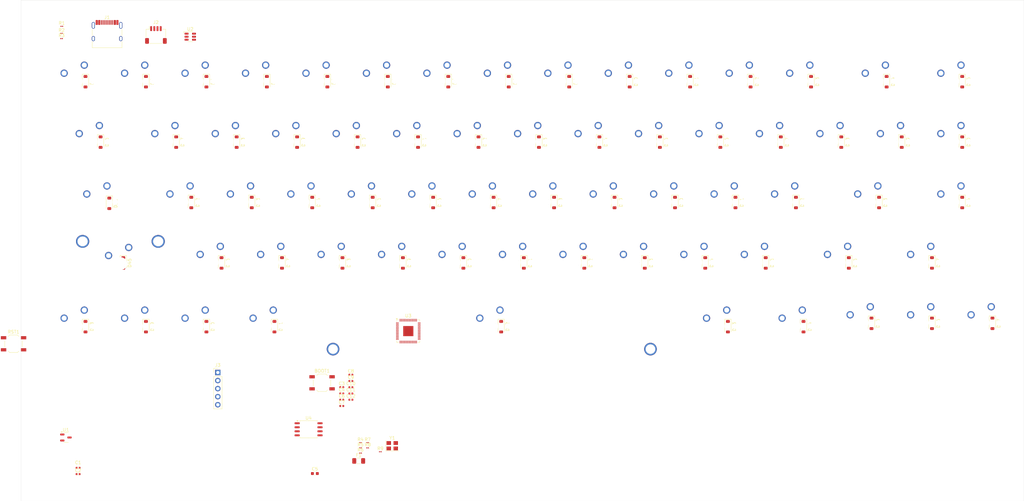
<source format=kicad_pcb>
(kicad_pcb (version 20240108) (generator "pcbnew") (generator_version "8.0")
  (layers (0 "F.Cu" signal) (31 "B.Cu" signal) (34 "B.Paste" user) (35 "F.Paste" user) (36 "B.SilkS" user "B.Silkscreen") (37 "F.SilkS" user "F.Silkscreen") (38 "B.Mask" user) (39 "F.Mask" user) (44 "Edge.Cuts" user))
  (net 0 "")
  (net 1 "GND")
  (net 2 "Net-(BOOT1-Pad2)")
  (net 3 "+1V1")
  (net 4 "+3V3")
  (net 5 "+5V")
  (net 6 "XIN")
  (net 7 "Net-(C12-Pad2)")
  (net 8 "Net-(D1-A)")
  (net 10 "Net-(D2-A)")
  (net 13 "Net-(D3-A)")
  (net 14 "Net-(D4-A)")
  (net 16 "Net-(D5-A)")
  (net 18 "Net-(D6-A)")
  (net 21 "Net-(D7-A)")
  (net 23 "Net-(D8-A)")
  (net 25 "Net-(D9-A)")
  (net 26 "Net-(D10-A)")
  (net 28 "Net-(D11-A)")
  (net 31 "Net-(D12-A)")
  (net 33 "Net-(D13-A)")
  (net 35 "Net-(D14-A)")
  (net 36 "Net-(D15-A)")
  (net 38 "Net-(D16-A)")
  (net 41 "Net-(D17-A)")
  (net 43 "Net-(D18-A)")
  (net 45 "Net-(D19-A)")
  (net 47 "Net-(D20-A)")
  (net 48 "Net-(D21-A)")
  (net 51 "Net-(D22-A)")
  (net 53 "Net-(D23-A)")
  (net 54 "Net-(D24-A)")
  (net 56 "Net-(D25-A)")
  (net 59 "Net-(D26-A)")
  (net 60 "Net-(D27-A)")
  (net 63 "Net-(D28-A)")
  (net 65 "Net-(D29-A)")
  (net 67 "Net-(D30-A)")
  (net 69 "Net-(D31-A)")
  (net 71 "Net-(D32-A)")
  (net 72 "Net-(D33-A)")
  (net 74 "Net-(D34-A)")
  (net 76 "Net-(D35-A)")
  (net 79 "Net-(D36-A)")
  (net 81 "Net-(D37-A)")
  (net 83 "Net-(D38-A)")
  (net 85 "Net-(D39-A)")
  (net 87 "Net-(D40-A)")
  (net 88 "Net-(D41-A)")
  (net 90 "Net-(D42-A)")
  (net 92 "Net-(D43-A)")
  (net 95 "Net-(D44-A)")
  (net 97 "Net-(D45-A)")
  (net 99 "Net-(D46-A)")
  (net 101 "Net-(D47-A)")
  (net 103 "Net-(D48-A)")
  (net 104 "Net-(D49-A)")
  (net 106 "Net-(D50-A)")
  (net 109 "Net-(D51-A)")
  (net 111 "Net-(D52-A)")
  (net 113 "Net-(D53-A)")
  (net 114 "Net-(D54-A)")
  (net 116 "Net-(D55-A)")
  (net 119 "Net-(D56-A)")
  (net 121 "Net-(D57-A)")
  (net 122 "Net-(D58-A)")
  (net 124 "Net-(D59-A)")
  (net 126 "Net-(D60-A)")
  (net 128 "Net-(D61-A)")
  (net 131 "Net-(D62-A)")
  (net 133 "Net-(D63-A)")
  (net 134 "Net-(D64-A)")
  (net 136 "Net-(D65-A)")
  (net 138 "Net-(D66-A)")
  (net 140 "Net-(D67-A)")
  (net 142 "VBUS")
  (net 143 "D-")
  (net 145 "D+")
  (net 147 "Net-(J1-CC1)")
  (net 148 "Net-(J1-CC2)")
  (net 149 "RESET")
  (net 150 "SWD")
  (net 151 "SWC")
  (net 219 "Q_SEL")
  (net 220 "XOUT")
  (net 221 "Q_IO2")
  (net 222 "Q_CLK")
  (net 223 "Q_IO1")
  (net 224 "Q_IO0")
  (net 225 "Q_IO3")
  (net 226 "Net-(C10-Pad1)")
  (net 227 "Net-(U3-USB_DP)")
  (net 228 "Net-(U3-USB_DM)")
  (net 229 "Net-(R5-Pad1)")
  (footprint "PCM_marbastlib-mx:SW_MX_1u" (layer "F.Cu") (at 192.08 70.7)
    (property "Reference" "MX39" (hide yes))
    (property "Value" "MX_SW_HS")
  )
  (footprint "Diode_SMD:D_SOD-123" (layer "F.Cu") (at 104.5125 32.75 -90)
    (property "Reference" "D5")
    (property "Value" "D_Small")
  )
  (footprint "Diode_SMD:D_SOD-123" (layer "F.Cu") (at 28.3125 32.75 -90)
    (property "Reference" "D1")
    (property "Value" "D_Small")
  )
  (footprint "Diode_SMD:D_SOD-123" (layer "F.Cu") (at 280.725 32.75 -90)
    (property "Reference" "D14")
    (property "Value" "D_Small")
  )
  (footprint "PCM_marbastlib-mx:SW_MX_1u" (layer "F.Cu") (at 58.73 70.7)
    (property "Reference" "MX32" (hide yes))
    (property "Value" "MX_SW_HS")
  )
  (footprint "PCM_marbastlib-mx:SW_MX_1.5u" (layer "F.Cu") (at 277.805 32.6)
    (property "Reference" "MX14" (hide yes))
    (property "Value" "MX_SW_HS")
  )
  (footprint "PCM_marbastlib-mx:SW_MX_1u" (layer "F.Cu") (at 206.3675 51.65)
    (property "Reference" "MX25" (hide yes))
    (property "Value" "MX_SW_HS")
  )
  (footprint "PCM_marbastlib-mx:SW_MX_1u" (layer "F.Cu") (at 115.88 70.7)
    (property "Reference" "MX35" (hide yes))
    (property "Value" "MX_SW_HS")
  )
  (footprint "Diode_SMD:D_SOD-123" (layer "F.Cu") (at 314.0625 108.95 -90)
    (property "Reference" "D67")
    (property "Value" "D_Small")
  )
  (footprint "PCM_marbastlib-mx:SW_MX_1u" (layer "F.Cu") (at 292.0925 108.8)
    (property "Reference" "MX66" (hide yes))
    (property "Value" "MX_SW_HS")
  )
  (footprint "PCM_marbastlib-mx:SW_MX_1u" (layer "F.Cu") (at 158.7425 32.6)
    (property "Reference" "MX8" (hide yes))
    (property "Value" "MX_SW_HS")
  )
  (footprint "Resistor_SMD:R_01005_0402Metric" (layer "F.Cu") (at 114.96 146.575)
    (property "Reference" "R4")
    (property "Value" "27")
  )
  (footprint "Capacitor_SMD:C_0402_1005Metric" (layer "F.Cu") (at 111.93 127.135)
    (property "Reference" "C9")
    (property "Value" "100n")
  )
  (footprint "PCM_marbastlib-mx:SW_MX_1u" (layer "F.Cu") (at 301.6175 51.65)
    (property "Reference" "MX30" (hide yes))
    (property "Value" "MX_SW_HS")
  )
  (footprint "Connector_JST:JST_SH_SM04B-SRSS-TB_1x04-1MP_P1.00mm_Horizontal" (layer "F.Cu") (at 50.5 18)
    (property "Reference" "J2")
    (property "Value" "Conn_01x04")
  )
  (footprint "Diode_SMD:D_SOD-123" (layer "F.Cu") (at 147.375 89.9 -90)
    (property "Reference" "D50")
    (property "Value" "D_Small")
  )
  (footprint "Diode_SMD:D_SOD-123" (layer "F.Cu") (at 33.075 51.8 -90)
    (property "Reference" "D16")
    (property "Value" "D_Small")
  )
  (footprint "Package_SO:SOIC-8_5.23x5.23mm_P1.27mm" (layer "F.Cu") (at 98.6 142.365)
    (property "Reference" "U4")
    (property "Value" "W25Q128JVS")
  )
  (footprint "PCM_marbastlib-mx:SW_MX_1u" (layer "F.Cu") (at 211.13 70.7)
    (property "Reference" "MX40" (hide yes))
    (property "Value" "MX_SW_HS")
  )
  (footprint "Capacitor_SMD:C_0402_1005Metric" (layer "F.Cu") (at 25.98 154.53)
    (property "Reference" "C1")
    (property "Value" "C_Small")
  )
  (footprint "Crystal:Crystal_SMD_3225-4Pin_3.2x2.5mm" (layer "F.Cu") (at 124.965 147.55)
    (property "Reference" "Y1")
    (property "Value" "Crystal_GND24")
  )
  (footprint "Diode_SMD:D_SOD-123" (layer "F.Cu") (at 35.8125 71.1 -90)
    (property "Reference" "D31")
    (property "Value" "D_Small")
  )
  (footprint "Diode_SMD:D_SOD-123" (layer "F.Cu") (at 75.9375 51.8 -90)
    (property "Reference" "D18")
    (property "Value" "D_Small")
  )
  (footprint "Diode_SMD:D_SOD-123" (layer "F.Cu") (at 56.8875 51.8 -90)
    (property "Reference" "D17")
    (property "Value" "D_Small")
  )
  (footprint "PCM_marbastlib-mx:SW_MX_1u" (layer "F.Cu") (at 139.6925 32.6)
    (property "Reference" "MX7" (hide yes))
    (property "Value" "MX_SW_HS")
  )
  (footprint "Diode_SMD:D_SOD-123" (layer "F.Cu") (at 171.1875 51.8 -90)
    (property "Reference" "D23")
    (property "Value" "D_Small")
  )
  (footprint "Diode_SMD:D_SOD-123" (layer "F.Cu") (at 233.1 70.85 -90)
    (property "Reference" "D41")
    (property "Value" "D_Small")
  )
  (footprint "PCM_marbastlib-mx:SW_MX_1u" (layer "F.Cu") (at 153.98 70.7)
    (property "Reference" "MX37" (hide yes))
    (property "Value" "MX_SW_HS")
  )
  (footprint "PCM_marbastlib-mx:SW_MX_1u" (layer "F.Cu") (at 130.1675 51.65)
    (property "Reference" "MX21" (hide yes))
    (property "Value" "MX_SW_HS")
  )
  (footprint "Diode_SMD:D_SOD-123" (layer "F.Cu") (at 214.05 70.85 -90)
    (property "Reference" "D40")
    (property "Value" "D_Small")
  )
  (footprint "PCM_marbastlib-mx:SW_MX_1u" (layer "F.Cu") (at 92.0675 51.65)
    (property "Reference" "MX19" (hide yes))
    (property "Value" "MX_SW_HS")
  )
  (footprint "Diode_SMD:D_SOD-123" (layer "F.Cu") (at 128.325 89.9 -90)
    (property "Reference" "D49")
    (property "Value" "D_Small")
  )
  (footprint "PCM_marbastlib-mx:SW_MX_1u" (layer "F.Cu") (at 173.03 70.7)
    (property "Reference" "MX38" (hide yes))
    (property "Value" "MX_SW_HS")
  )
  (footprint "Diode_SMD:D_SOD-123" (layer "F.Cu") (at 109.275 89.9 -90)
    (property "Reference" "D48")
    (property "Value" "D_Small")
  )
  (footprint "PCM_marbastlib-mx:SW_MX_1u" (layer "F.Cu") (at 249.23 70.7)
    (property "Reference" "MX42" (hide yes))
    (property "Value" "MX_SW_HS")
  )
  (footprint "Resistor_SMD:R_01005_0402Metric" (layer "F.Cu") (at 117.21 148.225)
    (property "Reference" "R8")
    (property "Value" "1k")
  )
  (footprint "PCM_marbastlib-mx:SW_MX_1u" (layer "F.Cu") (at 53.9675 51.65)
    (property "Reference" "MX17" (hide yes))
    (property "Value" "MX_SW_HS")
  )
  (footprint "Diode_SMD:D_SOD-123" (layer "F.Cu") (at 256.9125 32.75 -90)
    (property "Reference" "D13")
    (property "Value" "D_Small")
  )
  (footprint "PCM_marbastlib-mx:SW_MX_1u" (layer "F.Cu") (at 230.18 70.7)
    (property "Reference" "MX41" (hide yes))
    (property "Value" "MX_SW_HS")
  )
  (footprint "Diode_SMD:D_SOD-123" (layer "F.Cu") (at 90.225 89.9 -90)
    (property "Reference" "D47")
    (property "Value" "D_Small")
  )
  (footprint "PCM_marbastlib-mx:SW_MX_1u" (layer "F.Cu") (at 253.9925 32.6)
    (property "Reference" "MX13" (hide yes))
    (property "Value" "MX_SW_HS")
  )
  (footprint "PCM_marbastlib-mx:SW_MX_1u" (layer "F.Cu") (at 301.6175 32.6)
    (property "Reference" "MX15" (hide yes))
    (property "Value" "MX_SW_HS")
  )
  (footprint "Diode_SMD:D_SOD-123" (layer "F.Cu") (at 237.8625 32.75 -90)
    (property "Reference" "D12")
    (property "Value" "D_Small")
  )
  (footprint "Resistor_SMD:R_01005_0402Metric" (layer "F.Cu") (at 20.775 19.15)
    (property "Reference" "R3")
    (property "Value" "27")
  )
  (footprint "PCM_marbastlib-mx:SW_MX_1u" (layer "F.Cu") (at 25.3925 109.857275)
    (property "Reference" "MX58" (hide yes))
    (property "Value" "MX_SW_HS")
  )
  (footprint "PCM_marbastlib-mx:STAB_MX_P_2u" (layer "F.Cu") (at 39.40625 90.085)
    (property "Reference" "S4" (hide yes))
    (property "Value" "MX_stab")
  )
  (footprint "Diode_SMD:D_SOD-123" (layer "F.Cu") (at 304.5375 51.8 -90)
    (property "Reference" "D30")
    (property "Value" "D_Small")
  )
  (footprint "PCM_marbastlib-mx:SW_MX_1u" (layer "F.Cu") (at 149.2175 51.65)
    (property "Reference" "MX22" (hide yes))
    (property "Value" "MX_SW_HS")
  )
  (footprint "Capacitor_SMD:C_0402_1005Metric" (layer "F.Cu") (at 109.06 131.075)
    (property "Reference" "C4")
    (property "Value" "100n")
  )
  (footprint "Diode_SMD:D_SOD-123" (layer "F.Cu") (at 87.84375 110.007275 -90)
    (property "Reference" "D61")
    (property "Value" "D_Small")
  )
  (footprint "Diode_SMD:D_SOD-123" (layer "F.Cu") (at 295.0125 89.9 -90)
    (property "Reference" "D57")
    (property "Value" "D_Small")
  )
  (footprint "PCM_marbastlib-mx:SW_MX_1u" (layer "F.Cu") (at 84.92375 109.857275)
    (property "Reference" "MX61" (hide yes))
    (property "Value" "MX_SW_HS")
  )
  (footprint "Resistor_SMD:R_01005_0402Metric" (layer "F.Cu") (at 20.775 17.5)
    (property "Reference" "R2")
    (property "Value" "5.1k")
  )
  (footprint "Diode_SMD:D_SOD-123" (layer "F.Cu") (at 185.475 89.9 -90)
    (property "Reference" "D52")
    (property "Value" "D_Small")
  )
  (footprint "Diode_SMD:D_SOD-123" (layer "F.Cu") (at 85.4625 32.75 -90)
    (property "Reference" "D4")
    (property "Value" "D_Small")
  )
  (footprint "Resistor_SMD:R_01005_0402Metric" (layer "F.Cu") (at 114.96 149.875)
    (property "Reference" "R6")
    (property "Value" "5.1K")
  )
  (footprint "PCM_marbastlib-mx:SW_MX_1u" (layer "F.Cu") (at 301.6175 70.7)
    (property "Reference" "MX44" (hide yes))
    (property "Value" "MX_SW_HS")
  )
  (footprint "Diode_SMD:D_SOD-123" (layer "F.Cu") (at 156.9 70.85 -90)
    (property "Reference" "D37")
    (property "Value" "D_Small")
  )
  (footprint "Connector_USB:USB_C_Receptacle_HRO_TYPE-C-31-M-12" (layer "F.Cu") (at 35.11 18.1)
    (property "Reference" "J1")
    (property "Value" "USB_C_Receptacle_USB2.0_16P")
  )
  (footprint "PCM_marbastlib-mx:SW_MX_1u" (layer "F.Cu") (at 73.0175 51.65)
    (property "Reference" "MX18" (hide yes))
    (property "Value" "MX_SW_HS")
  )
  (footprint "Diode_SMD:D_SOD-123" (layer "F.Cu") (at 230.71875 110.007275 -90)
    (property "Reference" "D63")
    (property "Value" "D_Small")
  )
  (footprint "Diode_SMD:D_SOD-123" (layer "F.Cu") (at 118.8 70.85 -90)
    (property "Reference" "D35")
    (property "Value" "D_Small")
  )
  (footprint "Diode_SMD:D_SOD-123" (layer "F.Cu") (at 133.0875 51.8 -90)
    (property "Reference" "D21")
    (property "Value" "D_Small")
  )
  (footprint "Diode_SMD:D_SOD-123" (layer "F.Cu") (at 199.7625 32.75 -90)
    (property "Reference" "D10")
    (property "Value" "D_Small")
  )
  (footprint "Fuse:Fuse_1206_3216Metric" (layer "F.Cu") (at 114.39 152.345)
    (property "Reference" "F1")
    (property "Value" "Fuse_Small")
  )
  (footprint "Capacitor_SMD:C_0402_1005Metric" (layer "F.Cu") (at 109.06 133.045)
    (property "Reference" "C6")
    (property "Value" "1u")
  )
  (footprint "PCM_marbastlib-mx:SW_MX_1u" (layer "F.Cu") (at 77.78 70.7)
    (property "Reference" "MX33" (hide yes))
    (property "Value" "MX_SW_HS")
  )
  (footprint "PCM_marbastlib-mx:SW_MX_1u" (layer "F.Cu") (at 187.3175 51.65)
    (property "Reference" "MX24" (hide yes))
    (property "Value" "MX_SW_HS")
  )
  (footprint "PCM_marbastlib-mx:SW_MX_1u" (layer "F.Cu") (at 201.605 89.75)
    (property "Reference" "MX53" (hide yes))
    (property "Value" "MX_SW_HS")
  )
  (footprint "Diode_SMD:D_SOD-123" (layer "F.Cu") (at 47.3625 110.007275 -90)
    (property "Reference" "D59")
    (property "Value" "D_Small")
  )
  (footprint "Diode_SMD:D_SOD-123" (layer "F.Cu") (at 40.21875 89.9 -90)
    (property "Reference" "D45")
    (property "Value" "D_Small")
  )
  (footprint "Diode_SMD:D_SOD-123" (layer "F.Cu") (at 285.4875 51.8 -90)
    (property "Reference" "D29")
    (property "Value" "D_Small")
  )
  (footprint "PCM_marbastlib-mx:SW_MX_1u" (layer "F.Cu") (at 144.455 89.75)
    (property "Reference" "MX50" (hide yes))
    (property "Value" "MX_SW_HS")
  )
  (footprint "PCM_marbastlib-mx:SW_MX_1.25u" (layer "F.Cu") (at 251.61125 109.857275)
    (property "Reference" "MX64" (hide yes))
    (property "Value" "MX_SW_HS")
  )
  (footprint "Diode_SMD:D_SOD-123" (layer "F.Cu") (at 195 70.85 -90)
    (property "Reference" "D39")
    (property "Value" "D_Small")
  )
  (footprint "Resistor_SMD:R_01005_0402Metric" (layer "F.Cu") (at 20.84 15.275)
    (property "Reference" "R1")
    (property "Value" "5.1k")
  )
  (footprint "PCM_marbastlib-mx:SW_MX_1u" (layer "F.Cu") (at 101.5925 32.6)
    (property "Reference" "MX5" (hide yes))
    (property "Value" "MX_SW_HS")
  )
  (footprint "Diode_SMD:D_SOD-123" (layer "F.Cu") (at 180.7125 32.75 -90)
    (property "Reference" "D9")
    (property "Value" "D_Small")
  )
  (footprint "Capacitor_SMD:C_0402_1005Metric" (layer "F.Cu") (at 109.06 129.105)
    (property "Reference" "C3")
    (property "Value" "1u")
  )
  (footprint "Diode_SMD:D_SOD-123" (layer "F.Cu") (at 47.3625 32.75 -90)
    (property "Reference" "D2")
    (property "Value" "D_Small")
  )
  (footprint "PCM_marbastlib-mx:SW_MX_1u" (layer "F.Cu") (at 227.79875 109.857275)
    (property "Reference" "MX63" (hide yes))
    (property "Value" "MX_SW_HS")
  )
  (footprint "PCM_marbastlib-mx:SW_MX_1u" (layer "F.Cu") (at 111.1175 51.65)
    (property "Reference" "MX20" (hide yes))
    (property "Value" "MX_SW_HS")
  )
  (footprint "PCM_marbastlib-mx:STAB_MX_P_2u" (layer "F.Cu") (at 39.21875 90.085)
    (property "Reference" "S4" (hide yes))
    (property "Value" "MX_stab")
  )
  (footprint "Diode_SMD:D_SOD-123" (layer "F.Cu") (at 190.2375 51.8 -90)
    (property "Reference" "D24")
    (property "Value" "D_Small")
  )
  (footprint "Diode_SMD:D_SOD-123" (layer "F.Cu") (at 295.0125 108.95 -90)
    (property "Reference" "D66")
    (property "Value" "D_Small")
  )
  (footprint "PCM_marbastlib-mx:SW_MX_1u" (layer "F.Cu") (at 44.4425 32.6)
    (property "Reference" "MX2" (hide yes))
    (property "Value" "MX_SW_HS")
  )
  (footprint "Diode_SMD:D_SOD-123" (layer "F.Cu") (at 275.9625 108.95 -90)
    (property "Reference" "D65")
    (property "Value" "D_Small")
  )
  (footprint "Diode_SMD:D_SOD-123" (layer "F.Cu") (at 268.81875 89.9 -90)
    (property "Reference" "D56")
    (property "Value" "D_Small")
  )
  (footprint "PCM_marbastlib-mx:SW_MX_1.25u" (layer "F.Cu") (at 30.155 51.65)
    (property "Reference" "MX16" (hide yes))
    (property "Value" "MX_SW_HS")
  )
  (footprint "PCM_marbastlib-mx:SW_MX_1.5u" (layer "F.Cu") (at 32.53625 70.7)
    (property "Reference" "MX31" (hide yes))
    (property "Value" "MX_SW_HS")
  )
  (footprint "Diode_SMD:D_SOD-123" (layer "F.Cu") (at 114.0375 51.8 -90)
    (property "Reference" "D20")
    (property "Value" "D_Small")
  )
  (footprint "Capacitor_SMD:C_0402_1005Metric" (layer "F.Cu") (at 111.93 133.045)
    (property "Reference" "C12")
    (property "Value" "22p")
  )
  (footprint "PCM_marbastlib-mx:SW_MX_1u" (layer "F.Cu") (at 220.655 89.75)
    (property "Reference" "MX54" (hide yes))
    (property "Value" "MX_SW_HS")
  )
  (footprint "PCM_marbastlib-mx:SW_MX_1u" (layer "F.Cu") (at 225.4175 51.65)
    (property "Reference" "MX26" (hide yes))
    (property "Value" "MX_SW_HS")
  )
  (footprint "Diode_SMD:D_SOD-123" (layer "F.Cu") (at 223.575 89.9 -90)
    (property "Reference" "D54")
    (property "Value" "D_Small")
  )
  (footprint "Capacitor_SMD:C_0402_1005Metric" (layer "F.Cu") (at 25.98 156.5)
    (property "Reference" "C2")
    (property "Value" "C_Small")
  )
  (footprint "PCM_marbastlib-mx:SW_MX_1u" (layer "F.Cu") (at 263.5175 51.65)
    (property "Reference" "MX28" (hide yes))
    (property "Value" "MX_SW_HS")
  )
  (footprint "Diode_SMD:D_SOD-123" (layer "F.Cu") (at 252.15 70.85 -90)
    (property "Reference" "D42")
    (property "Value" "D_Small")
  )
  (footprint "PCM_marbastlib-mx:SW_MX_1u" (layer "F.Cu") (at 239.705 89.75)
    (property "Reference" "MX55" (hide yes))
    (property "Value" "MX_SW_HS")
  )
  (footprint "Diode_SMD:D_SOD-123" (layer "F.Cu") (at 209.2875 51.8 -90)
    (property "Reference" "D25")
    (property "Value" "D_Small")
  )
  (footprint "Diode_SMD:D_SOD-123" (layer "F.Cu") (at 99.75 70.85 -90)
    (property "Reference" "D34")
    (property "Value" "D_Small")
  )
  (footprint "Diode_SMD:D_SOD-123" (layer "F.Cu") (at 66.4125 32.75 -90)
    (property "Reference" "D3")
    (property "Value" "D_Small")
  )
  (footprint "Diode_SMD:D_SOD-123" (layer "F.Cu") (at 175.95 70.85 -90)
    (property "Reference" "D38")
    (property "Value" "D_Small")
  )
  (footprint "PCM_marbastlib-mx:SW_MX_1u" (layer "F.Cu") (at 292.0925 89.75)
    (property "Reference" "MX57" (hide yes))
    (property "Value" "MX_SW_HS")
  )
  (footprint "PCM_marbastlib-mx:SW_MX_1u" (layer "F.Cu") (at 196.8425 32.6)
    (property "Reference" "MX10" (hide yes))
    (property "Value" "MX_SW_HS")
  )
  (footprint "PCM_marbastlib-mx:SW_MX_1u" (layer "F.Cu") (at 63.4925 109.857275)
    (property "Reference" "MX60" (hide yes))
    (property "Value" "MX_SW_HS")
  )
  (footprint "PCM_marbastlib-mx:SW_MX_1u" (layer "F.Cu") (at 87.305 89.75)
    (property "Reference" "MX47" (hide yes))
    (property "Value" "MX_SW_HS")
  )
  (footprint "Diode_SMD:D_SOD-123" (layer "F.Cu") (at 159.28125 110.007275 -90)
    (property "Reference" "D62")
    (property "Value" "D_Small")
  )
  (footprint "PCM_marbastlib-mx:SW_MX_1u" (layer "F.Cu") (at 25.3925 32.6)
    (property "Reference" "MX1" (hide yes))
    (property "Value" "MX_SW_HS")
  )
  (footprint "PCM_marbastlib-mx:SW_MX_1u" (layer "F.Cu") (at 215.8925 32.6)
    (property "Reference" "MX11" (hide yes))
    (property "Value" "MX_SW_HS")
  )
  (footprint "Capacitor_SMD:C_0603_1608Metric" (layer "F.Cu") (at 100.58 156.315)
    (property "Reference" "C5")
    (property "Value" "10u")
  )
  (footprint "Connector_PinHeader_2.54mm:PinHeader_1x05_P2.54mm_Vertical" (layer "F.Cu") (at 70 124.46)
    (property "Reference" "J3")
    (property "Value" "Conn_01x05")
  )
  (footprint "PCM_marbastlib-mx:SW_MX_1.25u" (layer "F.Cu") (at 156.36125 109.857275)
    (property "Reference" "MX62" (hide yes))
    (property "Value" "MX_SW_HS")
  )
  (footprint "Diode_SMD:D_SOD-123" (layer "F.Cu") (at 242.625 89.9 -90)
    (property "Reference" "D55")
    (property "Value" "D_Small")
  )
  (footprint "PCM_marbastlib-mx:SW_MX_1.75u" (layer "F.Cu") (at 39.3925 90.1)
    (property "Reference" "MX45" (hide yes))
    (property "Value" "MX_SW_HS")
  )
  (footprint "Diode_SMD:D_SOD-123" (layer "F.Cu") (at 152.1375 51.8 -90)
    (property "Reference" "D22")
    (property "Value" "D_Small")
  )
  (footprint "PCM_marbastlib-mx:SW_MX_1u" (layer "F.Cu") (at 163.505 89.75)
    (property "Reference" "MX51" (hide yes))
    (property "Value" "MX_SW_HS")
  )
  (footprint "PCM_marbastlib-mx:SW_MX_1.5u" (layer "F.Cu") (at 275.42375 70.7)
    (property "Reference" "MX43" (hide yes))
    (property "Value" "MX_SW_HS")
  )
  (footprint "Resistor_SMD:R_01005_0402Metric" (layer "F.Cu") (at 114.96 148.225)
    (property "Reference" "R5")
    (property "Value" "5.1K")
  )
  (footprint "Diode_SMD:D_SOD-123" (layer "F.Cu") (at 278.34375 70.85 -90)
    (property "Reference" "D43")
    (property "Value" "D_Small")
  )
  (footprint "PCM_marbastlib-mx:SW_MX_1u" (layer "F.Cu") (at 106.355 89.75)
    (property "Reference" "MX48" (hide yes))
    (property "Value" "MX_SW_HS")
  )
  (footprint "Diode_SMD:D_SOD-123" (layer "F.Cu") (at 218.8125 32.75 -90)
    (property "Reference" "D11")
    (property "Value" "D_Small")
  )
  (footprint "PCM_marbastlib-mx:SW_MX_1u" (layer "F.Cu") (at 182.555 89.75)
    (property "Reference" "MX52" (hide yes))
    (property "Value" "MX_SW_HS")
  )
  (footprint "Diode_SMD:D_SOD-123" (layer "F.Cu") (at 61.65 70.85 -90)
    (property "Reference" "D32")
    (property "Value" "D_Small")
  )
  (footprint "PCM_marbastlib-mx:SW_MX_1u" (layer "F.Cu") (at 311.1425 108.8)
    (property "Reference" "MX67" (hide yes))
    (property "Value" "MX_SW_HS")
  )
  (footprint "PCM_marbastlib-mx:SW_MX_1u" (layer "F.Cu") (at 244.4675 51.65)
    (property "Reference" "MX27" (hide yes))
    (property "Value" "MX_SW_HS")
  )
  (footprint "Diode_SMD:D_SOD-123" (layer "F.Cu") (at 204.525 89.9 -90)
    (property "Reference" "D53")
    (property "Value" "D_Small")
  )
  (footprint "Diode_SMD:D_SOD-123" (layer "F.Cu") (at 304.5375 32.75 -90)
    (property "Reference" "D15")
    (property "Value" "D_Small")
  )
  (footprint "PCM_marbastlib-mx:SW_MX_1u" (layer "F.Cu") (at 134.93 70.7)
    (property "Reference" "MX36" (hide yes))
    (property "Value" "MX_SW_HS")
  )
  (footprint "Package_DFN_QFN:QFN-56-1EP_7x7mm_P0.4mm_EP3.2x3.2mm" (layer "F.Cu") (at 130.0125 111.4)
    (property "Reference" "U3")
    (property "Value" "RP2040")
  )
  (footprint "PCM_marbastlib-mx:SW_MX_1u" (layer "F.Cu") (at 125.405 89.75)
    (property "Reference" "MX49" (hide yes))
    (property "Value" "MX_SW_HS")
  )
  (footprint "Diode_SMD:D_SOD-123" (layer "F.Cu") (at 304.5375 70.85 -90)
    (property "Reference" "D44")
    (property "Value" "D_Small")
  )
  (footprint "PCM_marbastlib-mx:SW_MX_1u" (layer "F.Cu") (at 44.4425 109.857275)
    (property "Reference" "MX59" (hide yes))
    (property "Value" "MX_SW_HS")
  )
  (footprint "Capacitor_SMD:C_0402_1005Metric" (layer "F.Cu") (at 109.06 135.015)
    (property "Reference" "C7")
    (property "Value" "100n")
  )
  (footprint "PCM_marbastlib-mx:SW_MX_1.5u" (layer "F.Cu") (at 265.89875 89.75)
    (property "Reference" "MX56" (hide yes))
    (property "Value" "MX_SW_HS")
  )
  (footprint "PCM_marbastlib-mx:SW_MX_1u" (layer "F.Cu") (at 273.0425 108.8)
    (property "Reference" "MX65" (hide yes))
    (property "Value" "MX_SW_HS")
  )
  (footprint "Resistor_SMD:R_01005_0402Metric" (layer "F.Cu") (at 117.21 146.575)
    (property "Reference" "R7")
    (property "Value" "5.1K")
  )
  (footprint "Diode_SMD:D_SOD-123" (layer "F.Cu") (at 228.3375 51.8 -90)
    (property "Reference" "D26")
    (property "Value" "D_Small")
  )
  (footprint "Button_Switch_SMD:SW_SPST_TL3342" (layer "F.Cu") (at 102.85 127.705)
    (property "Reference" "BOOT1")
    (property "Value" "SW_Push")
  )
  (footprint "Diode_SMD:D_SOD-123" (layer "F.Cu") (at 166.425 89.9 -90)
    (property "Reference" "D51")
    (property "Value" "D_Small")
  )
  (footprint "Diode_SMD:D_SOD-123" (layer "F.Cu") (at 254.53125 110.007275 -90)
    (property "Reference" "D64")
    (property "Value" "D_Small")
  )
  (footprint "PCM_marbastlib-mx:SW_MX_1u" (layer "F.Cu") (at 120.6425 32.6)
    (property "Reference" "MX6" (hide yes))
    (property "Value" "MX_SW_HS")
  )
  (footprint "PCM_marbastlib-mx:SW_MX_1u" (layer "F.Cu") (at 96.83 70.7)
    (property "Reference" "MX34" (hide yes))
    (property "Value" "MX_SW_HS")
  )
  (footprint "Diode_SMD:D_SOD-123" (layer "F.Cu") (at 28.3125 110.007275 -90)
    (property "Reference" "D58")
    (property "Value" "D_Small")
  )
  (footprint "PCM_marbastlib-mx:SW_MX_1u" (layer "F.Cu") (at 68.255 89.75)
    (property "Reference" "MX46" (hide yes))
    (property "Value" "MX_SW_HS")
  )
  (footprint "PCM_marbastlib-mx:SW_MX_1u" (layer "F.Cu") (at 234.9425 32.6)
    (property "Reference" "MX12" (hide yes))
    (property "Value" "MX_SW_HS")
  )
  (footprint "Diode_SMD:D_SOD-123" (layer "F.Cu") (at 142.6125 32.75 -90)
    (property "Reference" "D7")
    (property "Value" "D_Small")
  )
  (footprint "Capacitor_SMD:C_0402_1005Metric" (layer "F.Cu") (at 111.93 131.075)
    (property "Reference" "C11")
    (property "Value" "1u")
  )
  (footprint "Diode_SMD:D_SOD-123" (layer "F.Cu") (at 161.6625 32.75 -90)
    (property "Reference" "D8")
    (property "Value" "D_Small")
  )
  (footprint "PCM_marbastlib-various:SOT-23-6-routable" (layer "F.Cu") (at 61.325 18.55)
    (property "Reference" "U2")
    (property "Value" "SRV05-4")
  )
  (footprint "Diode_SMD:D_SOD-123" (layer "F.Cu") (at 247.3875 51.8 -90)
    (property "Reference" "D27")
    (property "Value" "D_Small")
  )
  (footprint "Diode_SMD:D_SOD-123" (layer "F.Cu") (at 71.175 89.9 -90)
    (property "Reference" "D46")
    (property "Value" "D_Small")
  )
  (footprint "PCM_marbastlib-mx:SW_MX_1u" (layer "F.Cu") (at 168.2675 51.65)
    (property "Reference" "MX23" (hide yes))
    (property "Value" "MX_SW_HS")
  )
  (footprint "PCM_marbastlib-mx:SW_MX_1u" (layer "F.Cu") (at 177.7925 32.6)
    (property "Reference" "MX9" (hide yes))
    (property "Value" "MX_SW_HS")
  )
  (footprint "PCM_marbastlib-mx:STAB_MX_P_6.25u" (layer "F.Cu") (at 156.3125 110.1 180)
    (property "Reference" "S1" (hide yes))
    (property "Value" "MX_stab")
  )
  (footprint "Capacitor_SMD:C_0402_1005Metric" (layer "F.Cu") (at 111.93 125.165)
    (property "Reference" "C8")
    (property "Value" "100n")
  )
  (footprint "Button_Switch_SMD:SW_SPST_TL3342" (layer "F.Cu") (at 5.65 115.4)
    (property "Reference" "RST1")
    (property "Value" "SW_Push")
  )
  (footprint "PCM_marbastlib-mx:SW_MX_1u" (layer "F.Cu") (at 282.5675 51.65)
    (property "Reference" "MX29" (hide yes))
    (property "Value" "MX_SW_HS")
  )
  (footprint "Diode_SMD:D_SOD-123" (layer "F.Cu") (at 80.7 70.85 -90)
    (property "Reference" "D33")
    (property "Value" "D_Small")
  )
  (footprint "Diode_SMD:D_SOD-123" (layer "F.Cu") (at 137.85 70.85 -90)
    (property "Reference" "D36")
    (property "Value" "D_Small")
  )
  (footprint "Resistor_SMD:R_01005_0402Metric" (layer "F.Cu") (at 121.215 149.45)
    (property "Reference" "R9")
    (property "Value" "1k")
  )
  (footprint "Diode_SMD:D_SOD-123" (layer "F.Cu") (at 94.9875 51.8 -90)
    (property "Reference" "D19")
    (property "Value" "D_Small")
  )
  (footprint "Diode_SMD:D_SOD-123" (layer "F.Cu") (at 123.5625 32.75 -90)
    (property "Reference" "D6")
    (property "Value" "D_Small")
  )
  (footprint "Diode_SMD:D_SOD-123" (layer "F.Cu") (at 66.4125 110.007275 -90)
    (property "Reference" "D60")
    (property "Value" "D_Small")
  )
  (footprint "Package_TO_SOT_SMD:SOT-23-3" (layer "F.Cu") (at 22.1375 144.95)
    (property "Reference" "U1")
    (property "Value" "XC6206PxxxMR")
  )
  (footprint "Capacitor_SMD:C_0402_1005Metric" (layer "F.Cu") (at 111.93 129.105)
    (property "Reference" "C10")
    (property "Value" "22p")
  )
  (footprint "Diode_SMD:D_SOD-123" (layer "F.Cu") (at 266.4375 51.8 -90)
    (property "Reference" "D28")
    (property "Value" "D_Small")
  )
  (footprint "PCM_marbastlib-mx:SW_MX_1u" (layer "F.Cu") (at 63.4925 32.6)
    (property "Reference" "MX3" (hide yes))
    (property "Value" "MX_SW_HS")
  )
  (footprint "PCM_marbastlib-mx:SW_MX_1u" (layer "F.Cu") (at 82.5425 32.6)
    (property "Reference" "MX4" (hide yes))
    (property "Value" "MX_SW_HS")
  )
  (gr_rect (start 8 7) (end 324 165) (stroke (width 0.05)) (fill none) (layer "Edge.Cuts"))
)
</source>
